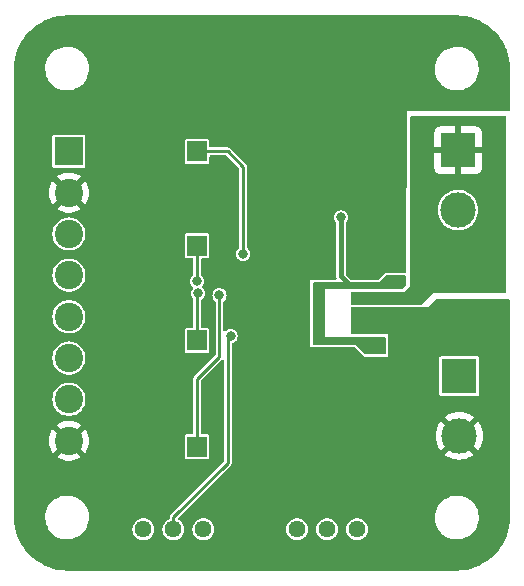
<source format=gbr>
%TF.GenerationSoftware,KiCad,Pcbnew,7.0.7*%
%TF.CreationDate,2024-02-09T14:01:23-05:00*%
%TF.ProjectId,DRV8873H_single_breakout,44525638-3837-4334-985f-73696e676c65,rev?*%
%TF.SameCoordinates,Original*%
%TF.FileFunction,Copper,L2,Bot*%
%TF.FilePolarity,Positive*%
%FSLAX46Y46*%
G04 Gerber Fmt 4.6, Leading zero omitted, Abs format (unit mm)*
G04 Created by KiCad (PCBNEW 7.0.7) date 2024-02-09 14:01:23*
%MOMM*%
%LPD*%
G01*
G04 APERTURE LIST*
%TA.AperFunction,ComponentPad*%
%ADD10C,1.440000*%
%TD*%
%TA.AperFunction,ComponentPad*%
%ADD11R,1.700000X1.700000*%
%TD*%
%TA.AperFunction,ComponentPad*%
%ADD12R,2.400000X2.400000*%
%TD*%
%TA.AperFunction,ComponentPad*%
%ADD13C,2.400000*%
%TD*%
%TA.AperFunction,ComponentPad*%
%ADD14R,3.000000X3.000000*%
%TD*%
%TA.AperFunction,ComponentPad*%
%ADD15C,3.000000*%
%TD*%
%TA.AperFunction,ViaPad*%
%ADD16C,0.800000*%
%TD*%
%TA.AperFunction,Conductor*%
%ADD17C,0.400000*%
%TD*%
%TA.AperFunction,Conductor*%
%ADD18C,0.250000*%
%TD*%
G04 APERTURE END LIST*
D10*
%TO.P,RV2,1,1*%
%TO.N,Net-(U1-IPROP1)*%
X130460000Y-128000000D03*
%TO.P,RV2,2,2*%
X133000000Y-128000000D03*
%TO.P,RV2,3,3*%
%TO.N,Net-(R1-Pad1)*%
X135540000Y-128000000D03*
%TD*%
%TO.P,RV1,1,1*%
%TO.N,Net-(U1-IPROP2)*%
X143460000Y-128000000D03*
%TO.P,RV1,2,2*%
X146000000Y-128000000D03*
%TO.P,RV1,3,3*%
%TO.N,Net-(R2-Pad1)*%
X148540000Y-128000000D03*
%TD*%
D11*
%TO.P,J4,1,Pin_1*%
%TO.N,Net-(J4-Pin_1)*%
X135000000Y-104000000D03*
%TD*%
D12*
%TO.P,J6,1,Pin_1*%
%TO.N,VCC*%
X124150000Y-96000000D03*
D13*
%TO.P,J6,2,Pin_2*%
%TO.N,GND*%
X124150000Y-99500000D03*
%TO.P,J6,3,Pin_3*%
%TO.N,MODE*%
X124150000Y-103000000D03*
%TO.P,J6,4,Pin_4*%
%TO.N,EN{slash}IN1*%
X124150000Y-106500000D03*
%TO.P,J6,5,Pin_5*%
%TO.N,PH{slash}IN2*%
X124150000Y-110000000D03*
%TO.P,J6,6,Pin_6*%
%TO.N,DISABLE*%
X124150000Y-113500000D03*
%TO.P,J6,7,Pin_7*%
%TO.N,~{SLEEP}*%
X124150000Y-117000000D03*
%TO.P,J6,8,Pin_8*%
%TO.N,GND*%
X124150000Y-120500000D03*
%TD*%
D11*
%TO.P,J1,1,Pin_1*%
%TO.N,Net-(J1-Pin_1)*%
X135000000Y-112000000D03*
%TD*%
%TO.P,J3,1,Pin_1*%
%TO.N,Net-(J3-Pin_1)*%
X135000000Y-96000000D03*
%TD*%
%TO.P,J2,1,Pin_1*%
%TO.N,Net-(J2-Pin_1)*%
X135000000Y-121000000D03*
%TD*%
D14*
%TO.P,J7,1,Pin_1*%
%TO.N,VM*%
X157200000Y-115020000D03*
D15*
%TO.P,J7,2,Pin_2*%
%TO.N,GND*%
X157200000Y-120100000D03*
%TD*%
D14*
%TO.P,J8,1,Pin_1*%
%TO.N,OUT1*%
X157100000Y-95900000D03*
D15*
%TO.P,J8,2,Pin_2*%
%TO.N,OUT2*%
X157100000Y-100980000D03*
%TD*%
D16*
%TO.N,VM*%
X147200000Y-101600000D03*
%TO.N,Net-(U1-IPROP1)*%
X137837701Y-111637701D03*
%TO.N,Net-(J2-Pin_1)*%
X136900000Y-108200000D03*
%TO.N,Net-(J1-Pin_1)*%
X135100000Y-108025500D03*
%TO.N,Net-(J4-Pin_1)*%
X135000000Y-107000000D03*
%TO.N,Net-(J3-Pin_1)*%
X138900000Y-104700000D03*
%TO.N,GND*%
X149600000Y-109700000D03*
X148600000Y-109700000D03*
%TO.N,VM*%
X150500000Y-112200000D03*
X149200000Y-112200000D03*
%TO.N,OUT1*%
X149600000Y-108400000D03*
%TO.N,VM*%
X151200000Y-107100000D03*
%TO.N,OUT1*%
X148600000Y-108400000D03*
X150600000Y-108400000D03*
%TO.N,VM*%
X152200000Y-107100000D03*
%TD*%
D17*
%TO.N,VM*%
X147200000Y-106600000D02*
X147200000Y-101600000D01*
X148000000Y-107400000D02*
X147200000Y-106600000D01*
X151200000Y-107100000D02*
X150900000Y-107400000D01*
X150900000Y-107400000D02*
X148000000Y-107400000D01*
D18*
%TO.N,Net-(U1-IPROP1)*%
X133000000Y-127000000D02*
X133000000Y-128000000D01*
X137600000Y-122400000D02*
X133000000Y-127000000D01*
X137600000Y-111875402D02*
X137600000Y-122400000D01*
X137837701Y-111637701D02*
X137600000Y-111875402D01*
%TO.N,Net-(J2-Pin_1)*%
X135000000Y-115300000D02*
X135000000Y-121000000D01*
X136900000Y-108200000D02*
X136900000Y-113400000D01*
X136900000Y-113400000D02*
X135000000Y-115300000D01*
%TO.N,Net-(J1-Pin_1)*%
X135100000Y-108025500D02*
X135000000Y-108125500D01*
X135000000Y-108125500D02*
X135000000Y-112000000D01*
%TO.N,Net-(J4-Pin_1)*%
X135000000Y-107000000D02*
X135000000Y-104000000D01*
%TO.N,Net-(J3-Pin_1)*%
X137600000Y-96000000D02*
X135000000Y-96000000D01*
X138900000Y-104700000D02*
X138900000Y-97300000D01*
X138900000Y-97300000D02*
X137600000Y-96000000D01*
%TD*%
%TA.AperFunction,Conductor*%
%TO.N,OUT1*%
G36*
X161143039Y-93019685D02*
G01*
X161188794Y-93072489D01*
X161200000Y-93124000D01*
X161200000Y-107876000D01*
X161180315Y-107943039D01*
X161127511Y-107988794D01*
X161076000Y-108000000D01*
X154999999Y-108000000D01*
X154041819Y-108958181D01*
X153980496Y-108991666D01*
X153954138Y-108994500D01*
X148124000Y-108994500D01*
X148056961Y-108974815D01*
X148011206Y-108922011D01*
X148000000Y-108870500D01*
X148000000Y-108029500D01*
X148019685Y-107962461D01*
X148072489Y-107916706D01*
X148124000Y-107905500D01*
X152254138Y-107905500D01*
X152254142Y-107905500D01*
X152265134Y-107904911D01*
X152265142Y-107904910D01*
X152265144Y-107904910D01*
X152265145Y-107904910D01*
X152303021Y-107900837D01*
X152303083Y-107901421D01*
X152316884Y-107900000D01*
X152500000Y-107900000D01*
X153000000Y-107400000D01*
X153000000Y-100980004D01*
X155394732Y-100980004D01*
X155413777Y-101234154D01*
X155413778Y-101234157D01*
X155470492Y-101482637D01*
X155563607Y-101719888D01*
X155691041Y-101940612D01*
X155849950Y-102139877D01*
X156036783Y-102313232D01*
X156247366Y-102456805D01*
X156247371Y-102456807D01*
X156247372Y-102456808D01*
X156247373Y-102456809D01*
X156369328Y-102515538D01*
X156476992Y-102567387D01*
X156476993Y-102567387D01*
X156476996Y-102567389D01*
X156720542Y-102642513D01*
X156972565Y-102680500D01*
X157227435Y-102680500D01*
X157479458Y-102642513D01*
X157723004Y-102567389D01*
X157952634Y-102456805D01*
X158163217Y-102313232D01*
X158350050Y-102139877D01*
X158508959Y-101940612D01*
X158636393Y-101719888D01*
X158729508Y-101482637D01*
X158786222Y-101234157D01*
X158794384Y-101125232D01*
X158805268Y-100980004D01*
X158805268Y-100979995D01*
X158786222Y-100725845D01*
X158729509Y-100477369D01*
X158729508Y-100477363D01*
X158636393Y-100240112D01*
X158508959Y-100019388D01*
X158350050Y-99820123D01*
X158163217Y-99646768D01*
X157952634Y-99503195D01*
X157952630Y-99503193D01*
X157952627Y-99503191D01*
X157952626Y-99503190D01*
X157723006Y-99392612D01*
X157723008Y-99392612D01*
X157479466Y-99317489D01*
X157479462Y-99317488D01*
X157479458Y-99317487D01*
X157358231Y-99299214D01*
X157227440Y-99279500D01*
X157227435Y-99279500D01*
X156972565Y-99279500D01*
X156972559Y-99279500D01*
X156815609Y-99303157D01*
X156720542Y-99317487D01*
X156720538Y-99317488D01*
X156720539Y-99317488D01*
X156720533Y-99317489D01*
X156476992Y-99392612D01*
X156247373Y-99503190D01*
X156247372Y-99503191D01*
X156036782Y-99646768D01*
X155849952Y-99820121D01*
X155849950Y-99820123D01*
X155691041Y-100019388D01*
X155563608Y-100240109D01*
X155470492Y-100477362D01*
X155470490Y-100477369D01*
X155413777Y-100725845D01*
X155394732Y-100979995D01*
X155394732Y-100980004D01*
X153000000Y-100980004D01*
X153000000Y-97447844D01*
X155100000Y-97447844D01*
X155106401Y-97507372D01*
X155106403Y-97507379D01*
X155156645Y-97642086D01*
X155156649Y-97642093D01*
X155242809Y-97757187D01*
X155242812Y-97757190D01*
X155357906Y-97843350D01*
X155357913Y-97843354D01*
X155492620Y-97893596D01*
X155492627Y-97893598D01*
X155552155Y-97899999D01*
X155552172Y-97900000D01*
X156850000Y-97900000D01*
X156850000Y-96778625D01*
X156869685Y-96711586D01*
X156922489Y-96665831D01*
X156991647Y-96655887D01*
X157002589Y-96657966D01*
X157011169Y-96660000D01*
X157011170Y-96660000D01*
X157144260Y-96660000D01*
X157144267Y-96660000D01*
X157211605Y-96652129D01*
X157280475Y-96663897D01*
X157332051Y-96711031D01*
X157350000Y-96775290D01*
X157350000Y-97900000D01*
X158647828Y-97900000D01*
X158647844Y-97899999D01*
X158707372Y-97893598D01*
X158707379Y-97893596D01*
X158842086Y-97843354D01*
X158842093Y-97843350D01*
X158957187Y-97757190D01*
X158957190Y-97757187D01*
X159043350Y-97642093D01*
X159043354Y-97642086D01*
X159093596Y-97507379D01*
X159093598Y-97507372D01*
X159099999Y-97447844D01*
X159100000Y-97447827D01*
X159100000Y-96150000D01*
X157978159Y-96150000D01*
X157911120Y-96130315D01*
X157865365Y-96077511D01*
X157854369Y-96018790D01*
X157863879Y-95855509D01*
X157863878Y-95855506D01*
X157863258Y-95851990D01*
X157858751Y-95826429D01*
X157853304Y-95795531D01*
X157861048Y-95726092D01*
X157905105Y-95671863D01*
X157971487Y-95650062D01*
X157975420Y-95650000D01*
X159100000Y-95650000D01*
X159100000Y-94352172D01*
X159099999Y-94352155D01*
X159093598Y-94292627D01*
X159093596Y-94292620D01*
X159043354Y-94157913D01*
X159043350Y-94157906D01*
X158957190Y-94042812D01*
X158957187Y-94042809D01*
X158842093Y-93956649D01*
X158842086Y-93956645D01*
X158707379Y-93906403D01*
X158707372Y-93906401D01*
X158647844Y-93900000D01*
X157350000Y-93900000D01*
X157350000Y-95021374D01*
X157330315Y-95088413D01*
X157277511Y-95134168D01*
X157208353Y-95144112D01*
X157197407Y-95142032D01*
X157188832Y-95140000D01*
X157188831Y-95140000D01*
X157055733Y-95140000D01*
X156988393Y-95147870D01*
X156919523Y-95136102D01*
X156867948Y-95088966D01*
X156850000Y-95024709D01*
X156850000Y-93900000D01*
X155552155Y-93900000D01*
X155492627Y-93906401D01*
X155492620Y-93906403D01*
X155357913Y-93956645D01*
X155357906Y-93956649D01*
X155242812Y-94042809D01*
X155242809Y-94042812D01*
X155156649Y-94157906D01*
X155156645Y-94157913D01*
X155106403Y-94292620D01*
X155106401Y-94292627D01*
X155100000Y-94352155D01*
X155100000Y-95650000D01*
X156221841Y-95650000D01*
X156288880Y-95669685D01*
X156334635Y-95722489D01*
X156345631Y-95781210D01*
X156336120Y-95944489D01*
X156336121Y-95944491D01*
X156346696Y-96004469D01*
X156338952Y-96073908D01*
X156294895Y-96128137D01*
X156228513Y-96149938D01*
X156224580Y-96150000D01*
X155100000Y-96150000D01*
X155100000Y-97447844D01*
X153000000Y-97447844D01*
X153000000Y-93354324D01*
X153001687Y-93123092D01*
X153021861Y-93056201D01*
X153074997Y-93010833D01*
X153125684Y-93000000D01*
X161076000Y-93000000D01*
X161143039Y-93019685D01*
G37*
%TD.AperFunction*%
%TD*%
%TA.AperFunction,Conductor*%
%TO.N,VM*%
G36*
X152643039Y-106525185D02*
G01*
X152688794Y-106577989D01*
X152700000Y-106629500D01*
X152700000Y-107248638D01*
X152680315Y-107315677D01*
X152663681Y-107336319D01*
X152336319Y-107663681D01*
X152274996Y-107697166D01*
X152248638Y-107700000D01*
X145800000Y-107700000D01*
X145800000Y-111700000D01*
X148076878Y-111700000D01*
X148094525Y-111701262D01*
X148097965Y-111701756D01*
X148124000Y-111705500D01*
X150870500Y-111705500D01*
X150937539Y-111725185D01*
X150983294Y-111777989D01*
X150994500Y-111829500D01*
X150994500Y-113070500D01*
X150974815Y-113137539D01*
X150922011Y-113183294D01*
X150870500Y-113194500D01*
X149345862Y-113194500D01*
X149278823Y-113174815D01*
X149258181Y-113158181D01*
X148500000Y-112400000D01*
X148395760Y-112400000D01*
X148378113Y-112398738D01*
X148363996Y-112396708D01*
X148348638Y-112394500D01*
X148348637Y-112394500D01*
X144929500Y-112394500D01*
X144862461Y-112374815D01*
X144816706Y-112322011D01*
X144805500Y-112270500D01*
X144805500Y-107229500D01*
X144825185Y-107162461D01*
X144877989Y-107116706D01*
X144929500Y-107105500D01*
X146701015Y-107105500D01*
X146701016Y-107105500D01*
X146734599Y-107102737D01*
X146741060Y-107101666D01*
X146761323Y-107100000D01*
X148070633Y-107100000D01*
X148088280Y-107101262D01*
X148091720Y-107101756D01*
X148117755Y-107105500D01*
X148117756Y-107105500D01*
X150254138Y-107105500D01*
X150254142Y-107105500D01*
X150265134Y-107104911D01*
X150265142Y-107104910D01*
X150265144Y-107104910D01*
X150265145Y-107104910D01*
X150303021Y-107100837D01*
X150303083Y-107101421D01*
X150316884Y-107100000D01*
X150400000Y-107100000D01*
X150958181Y-106541818D01*
X151019504Y-106508334D01*
X151045862Y-106505500D01*
X152576000Y-106505500D01*
X152643039Y-106525185D01*
G37*
%TD.AperFunction*%
%TD*%
%TA.AperFunction,Conductor*%
%TO.N,GND*%
G36*
X157389474Y-84517504D02*
G01*
X157394826Y-84517973D01*
X157778659Y-84568506D01*
X157783967Y-84569442D01*
X158161920Y-84653232D01*
X158167119Y-84654625D01*
X158536341Y-84771040D01*
X158541422Y-84772889D01*
X158899088Y-84921039D01*
X158903958Y-84923310D01*
X159247350Y-85102069D01*
X159252028Y-85104771D01*
X159578526Y-85312772D01*
X159582959Y-85315876D01*
X159890077Y-85551536D01*
X159894222Y-85555015D01*
X160179630Y-85816543D01*
X160183456Y-85820369D01*
X160444984Y-86105777D01*
X160448463Y-86109922D01*
X160684123Y-86417040D01*
X160687227Y-86421473D01*
X160895228Y-86747971D01*
X160897934Y-86752657D01*
X161076680Y-87096023D01*
X161078964Y-87100921D01*
X161115423Y-87188940D01*
X161227110Y-87458578D01*
X161228961Y-87463663D01*
X161345368Y-87832858D01*
X161346768Y-87838085D01*
X161430556Y-88216030D01*
X161431496Y-88221359D01*
X161482024Y-88605155D01*
X161482496Y-88610546D01*
X161499500Y-88999999D01*
X161499500Y-92476000D01*
X161479815Y-92543039D01*
X161427011Y-92588794D01*
X161375500Y-92600000D01*
X152800000Y-92600000D01*
X152703423Y-105831151D01*
X152700899Y-106176905D01*
X152680725Y-106243799D01*
X152627589Y-106289167D01*
X152576902Y-106300000D01*
X150899999Y-106300000D01*
X150336319Y-106863681D01*
X150274996Y-106897166D01*
X150248638Y-106900000D01*
X148117755Y-106900000D01*
X148050716Y-106880315D01*
X148030074Y-106863681D01*
X147636819Y-106470426D01*
X147603334Y-106409103D01*
X147600500Y-106382745D01*
X147600500Y-102106580D01*
X147620185Y-102039541D01*
X147626124Y-102031093D01*
X147628279Y-102028283D01*
X147628282Y-102028282D01*
X147724536Y-101902841D01*
X147785044Y-101756762D01*
X147798802Y-101652254D01*
X147805682Y-101600001D01*
X147805682Y-101599998D01*
X147785044Y-101443239D01*
X147785044Y-101443238D01*
X147724536Y-101297159D01*
X147628282Y-101171718D01*
X147502841Y-101075464D01*
X147356762Y-101014956D01*
X147356760Y-101014955D01*
X147200001Y-100994318D01*
X147199999Y-100994318D01*
X147043239Y-101014955D01*
X147043237Y-101014956D01*
X146897160Y-101075463D01*
X146771718Y-101171718D01*
X146675463Y-101297160D01*
X146614956Y-101443237D01*
X146614955Y-101443239D01*
X146594318Y-101599998D01*
X146594318Y-101600001D01*
X146614955Y-101756760D01*
X146614956Y-101756762D01*
X146675464Y-101902841D01*
X146771718Y-102028282D01*
X146771720Y-102028283D01*
X146773876Y-102031093D01*
X146799070Y-102096263D01*
X146799500Y-102106580D01*
X146799500Y-106663429D01*
X146799501Y-106663439D01*
X146806346Y-106684507D01*
X146810887Y-106703418D01*
X146814354Y-106725304D01*
X146817370Y-106734585D01*
X146814474Y-106735525D01*
X146824395Y-106788390D01*
X146798111Y-106853127D01*
X146740999Y-106893377D01*
X146701016Y-106900000D01*
X144600000Y-106900000D01*
X144600000Y-112600000D01*
X148348638Y-112600000D01*
X148415677Y-112619685D01*
X148436319Y-112636319D01*
X149200000Y-113400000D01*
X151200000Y-113400000D01*
X151200000Y-111500000D01*
X148124000Y-111500000D01*
X148056961Y-111480315D01*
X148011206Y-111427511D01*
X148000000Y-111376000D01*
X148000000Y-109324000D01*
X148019685Y-109256961D01*
X148072489Y-109211206D01*
X148124000Y-109200000D01*
X154600000Y-109200000D01*
X155263681Y-108536318D01*
X155325004Y-108502834D01*
X155351362Y-108500000D01*
X161375500Y-108500000D01*
X161442539Y-108519685D01*
X161488294Y-108572489D01*
X161499500Y-108624000D01*
X161499500Y-127000000D01*
X161482496Y-127389453D01*
X161482024Y-127394844D01*
X161431496Y-127778640D01*
X161430556Y-127783969D01*
X161346768Y-128161914D01*
X161345368Y-128167141D01*
X161228961Y-128536336D01*
X161227110Y-128541421D01*
X161078967Y-128899072D01*
X161076680Y-128903976D01*
X160897934Y-129247342D01*
X160895228Y-129252028D01*
X160687227Y-129578526D01*
X160684123Y-129582959D01*
X160448463Y-129890077D01*
X160444984Y-129894222D01*
X160183456Y-130179630D01*
X160179630Y-130183456D01*
X159894222Y-130444984D01*
X159890077Y-130448463D01*
X159582959Y-130684123D01*
X159578526Y-130687227D01*
X159252028Y-130895228D01*
X159247342Y-130897934D01*
X158903976Y-131076680D01*
X158899072Y-131078967D01*
X158541421Y-131227110D01*
X158536336Y-131228961D01*
X158167141Y-131345368D01*
X158161914Y-131346768D01*
X157783969Y-131430556D01*
X157778640Y-131431496D01*
X157394844Y-131482024D01*
X157389453Y-131482496D01*
X157000000Y-131499500D01*
X124000000Y-131499500D01*
X123610546Y-131482496D01*
X123605155Y-131482024D01*
X123221359Y-131431496D01*
X123216030Y-131430556D01*
X122838085Y-131346768D01*
X122832865Y-131345370D01*
X122661193Y-131291242D01*
X122463663Y-131228961D01*
X122458578Y-131227110D01*
X122213889Y-131125757D01*
X122100921Y-131078964D01*
X122096031Y-131076684D01*
X121752657Y-130897934D01*
X121747971Y-130895228D01*
X121421473Y-130687227D01*
X121417040Y-130684123D01*
X121109922Y-130448463D01*
X121105777Y-130444984D01*
X120820369Y-130183456D01*
X120816543Y-130179630D01*
X120555015Y-129894222D01*
X120551536Y-129890077D01*
X120315876Y-129582959D01*
X120312772Y-129578526D01*
X120104771Y-129252028D01*
X120102065Y-129247342D01*
X119923310Y-128903958D01*
X119921039Y-128899088D01*
X119772889Y-128541421D01*
X119771038Y-128536336D01*
X119654625Y-128167119D01*
X119653231Y-128161914D01*
X119609926Y-127966579D01*
X119569442Y-127783967D01*
X119568506Y-127778659D01*
X119517973Y-127394826D01*
X119517504Y-127389474D01*
X119503458Y-127067763D01*
X122145787Y-127067763D01*
X122175413Y-127337013D01*
X122175415Y-127337024D01*
X122243926Y-127599082D01*
X122243928Y-127599088D01*
X122349870Y-127848390D01*
X122421998Y-127966575D01*
X122490979Y-128079605D01*
X122490986Y-128079615D01*
X122664253Y-128287819D01*
X122664259Y-128287824D01*
X122865998Y-128468582D01*
X123091910Y-128618044D01*
X123337176Y-128733020D01*
X123337183Y-128733022D01*
X123337185Y-128733023D01*
X123596557Y-128811057D01*
X123596564Y-128811058D01*
X123596569Y-128811060D01*
X123864561Y-128850500D01*
X123864566Y-128850500D01*
X124067636Y-128850500D01*
X124119133Y-128846730D01*
X124270156Y-128835677D01*
X124423281Y-128801567D01*
X124534546Y-128776782D01*
X124534548Y-128776781D01*
X124534553Y-128776780D01*
X124787558Y-128680014D01*
X125023777Y-128547441D01*
X125238177Y-128381888D01*
X125426186Y-128186881D01*
X125559888Y-128000000D01*
X129534430Y-128000000D01*
X129554656Y-128192439D01*
X129554657Y-128192441D01*
X129614447Y-128376456D01*
X129614450Y-128376463D01*
X129711197Y-128544035D01*
X129840667Y-128687828D01*
X129840674Y-128687834D01*
X129997210Y-128801564D01*
X129997211Y-128801564D01*
X129997215Y-128801567D01*
X130107121Y-128850500D01*
X130173978Y-128880267D01*
X130173983Y-128880269D01*
X130363252Y-128920500D01*
X130556748Y-128920500D01*
X130746017Y-128880269D01*
X130922785Y-128801567D01*
X131079327Y-128687833D01*
X131086368Y-128680014D01*
X131142167Y-128618042D01*
X131208802Y-128544036D01*
X131305550Y-128376463D01*
X131365344Y-128192437D01*
X131385570Y-128000000D01*
X132074430Y-128000000D01*
X132094656Y-128192439D01*
X132094657Y-128192441D01*
X132154447Y-128376456D01*
X132154450Y-128376463D01*
X132251197Y-128544035D01*
X132380667Y-128687828D01*
X132380674Y-128687834D01*
X132537210Y-128801564D01*
X132537211Y-128801564D01*
X132537215Y-128801567D01*
X132647121Y-128850500D01*
X132713978Y-128880267D01*
X132713983Y-128880269D01*
X132903252Y-128920500D01*
X133096748Y-128920500D01*
X133286017Y-128880269D01*
X133462785Y-128801567D01*
X133619327Y-128687833D01*
X133626368Y-128680014D01*
X133682167Y-128618042D01*
X133748802Y-128544036D01*
X133845550Y-128376463D01*
X133905344Y-128192437D01*
X133925570Y-128000000D01*
X134614430Y-128000000D01*
X134634656Y-128192439D01*
X134634657Y-128192441D01*
X134694447Y-128376456D01*
X134694450Y-128376463D01*
X134791197Y-128544035D01*
X134920667Y-128687828D01*
X134920674Y-128687834D01*
X135077210Y-128801564D01*
X135077211Y-128801564D01*
X135077215Y-128801567D01*
X135187121Y-128850500D01*
X135253978Y-128880267D01*
X135253983Y-128880269D01*
X135443252Y-128920500D01*
X135636748Y-128920500D01*
X135826017Y-128880269D01*
X136002785Y-128801567D01*
X136159327Y-128687833D01*
X136166368Y-128680014D01*
X136222167Y-128618042D01*
X136288802Y-128544036D01*
X136385550Y-128376463D01*
X136445344Y-128192437D01*
X136465570Y-128000000D01*
X142534430Y-128000000D01*
X142554656Y-128192439D01*
X142554657Y-128192441D01*
X142614447Y-128376456D01*
X142614450Y-128376463D01*
X142711197Y-128544035D01*
X142840667Y-128687828D01*
X142840674Y-128687834D01*
X142997210Y-128801564D01*
X142997211Y-128801564D01*
X142997215Y-128801567D01*
X143107121Y-128850500D01*
X143173978Y-128880267D01*
X143173983Y-128880269D01*
X143363252Y-128920500D01*
X143556748Y-128920500D01*
X143746017Y-128880269D01*
X143922785Y-128801567D01*
X144079327Y-128687833D01*
X144086368Y-128680014D01*
X144142167Y-128618042D01*
X144208802Y-128544036D01*
X144305550Y-128376463D01*
X144365344Y-128192437D01*
X144385570Y-128000000D01*
X145074430Y-128000000D01*
X145094656Y-128192439D01*
X145094657Y-128192441D01*
X145154447Y-128376456D01*
X145154450Y-128376463D01*
X145251197Y-128544035D01*
X145380667Y-128687828D01*
X145380674Y-128687834D01*
X145537210Y-128801564D01*
X145537211Y-128801564D01*
X145537215Y-128801567D01*
X145647121Y-128850500D01*
X145713978Y-128880267D01*
X145713983Y-128880269D01*
X145903252Y-128920500D01*
X146096748Y-128920500D01*
X146286017Y-128880269D01*
X146462785Y-128801567D01*
X146619327Y-128687833D01*
X146626368Y-128680014D01*
X146682167Y-128618042D01*
X146748802Y-128544036D01*
X146845550Y-128376463D01*
X146905344Y-128192437D01*
X146925570Y-128000000D01*
X147614430Y-128000000D01*
X147634656Y-128192439D01*
X147634657Y-128192441D01*
X147694447Y-128376456D01*
X147694450Y-128376463D01*
X147791197Y-128544035D01*
X147920667Y-128687828D01*
X147920674Y-128687834D01*
X148077210Y-128801564D01*
X148077211Y-128801564D01*
X148077215Y-128801567D01*
X148187121Y-128850500D01*
X148253978Y-128880267D01*
X148253983Y-128880269D01*
X148443252Y-128920500D01*
X148636748Y-128920500D01*
X148826017Y-128880269D01*
X149002785Y-128801567D01*
X149159327Y-128687833D01*
X149166368Y-128680014D01*
X149222167Y-128618042D01*
X149288802Y-128544036D01*
X149385550Y-128376463D01*
X149445344Y-128192437D01*
X149465570Y-128000000D01*
X149445344Y-127807563D01*
X149385550Y-127623537D01*
X149288802Y-127455964D01*
X149159332Y-127312171D01*
X149159325Y-127312165D01*
X149002789Y-127198435D01*
X149002786Y-127198433D01*
X149002785Y-127198433D01*
X148937973Y-127169577D01*
X148826021Y-127119732D01*
X148826016Y-127119730D01*
X148636748Y-127079500D01*
X148443252Y-127079500D01*
X148253983Y-127119730D01*
X148253978Y-127119732D01*
X148077215Y-127198433D01*
X148077210Y-127198435D01*
X147920674Y-127312165D01*
X147920667Y-127312171D01*
X147791197Y-127455964D01*
X147694450Y-127623536D01*
X147694447Y-127623543D01*
X147634657Y-127807558D01*
X147634656Y-127807560D01*
X147614430Y-128000000D01*
X146925570Y-128000000D01*
X146905344Y-127807563D01*
X146845550Y-127623537D01*
X146748802Y-127455964D01*
X146619332Y-127312171D01*
X146619325Y-127312165D01*
X146462789Y-127198435D01*
X146462786Y-127198433D01*
X146462785Y-127198433D01*
X146397973Y-127169577D01*
X146286021Y-127119732D01*
X146286016Y-127119730D01*
X146096748Y-127079500D01*
X145903252Y-127079500D01*
X145713983Y-127119730D01*
X145713978Y-127119732D01*
X145537215Y-127198433D01*
X145537210Y-127198435D01*
X145380674Y-127312165D01*
X145380667Y-127312171D01*
X145251197Y-127455964D01*
X145154450Y-127623536D01*
X145154447Y-127623543D01*
X145094657Y-127807558D01*
X145094656Y-127807560D01*
X145074430Y-128000000D01*
X144385570Y-128000000D01*
X144365344Y-127807563D01*
X144305550Y-127623537D01*
X144208802Y-127455964D01*
X144079332Y-127312171D01*
X144079325Y-127312165D01*
X143922789Y-127198435D01*
X143922786Y-127198433D01*
X143922785Y-127198433D01*
X143857973Y-127169577D01*
X143746021Y-127119732D01*
X143746016Y-127119730D01*
X143556748Y-127079500D01*
X143363252Y-127079500D01*
X143173983Y-127119730D01*
X143173978Y-127119732D01*
X142997215Y-127198433D01*
X142997210Y-127198435D01*
X142840674Y-127312165D01*
X142840667Y-127312171D01*
X142711197Y-127455964D01*
X142614450Y-127623536D01*
X142614447Y-127623543D01*
X142554657Y-127807558D01*
X142554656Y-127807560D01*
X142534430Y-128000000D01*
X136465570Y-128000000D01*
X136445344Y-127807563D01*
X136385550Y-127623537D01*
X136288802Y-127455964D01*
X136159332Y-127312171D01*
X136159325Y-127312165D01*
X136002789Y-127198435D01*
X136002786Y-127198433D01*
X136002785Y-127198433D01*
X135937973Y-127169577D01*
X135826021Y-127119732D01*
X135826016Y-127119730D01*
X135636748Y-127079500D01*
X135443252Y-127079500D01*
X135253983Y-127119730D01*
X135253978Y-127119732D01*
X135077215Y-127198433D01*
X135077210Y-127198435D01*
X134920674Y-127312165D01*
X134920667Y-127312171D01*
X134791197Y-127455964D01*
X134694450Y-127623536D01*
X134694447Y-127623543D01*
X134634657Y-127807558D01*
X134634656Y-127807560D01*
X134614430Y-128000000D01*
X133925570Y-128000000D01*
X133905344Y-127807563D01*
X133845550Y-127623537D01*
X133748802Y-127455964D01*
X133619332Y-127312171D01*
X133619328Y-127312168D01*
X133619327Y-127312167D01*
X133463885Y-127199232D01*
X133421220Y-127143903D01*
X133415241Y-127074290D01*
X133418685Y-127067763D01*
X155145787Y-127067763D01*
X155175413Y-127337013D01*
X155175415Y-127337024D01*
X155243926Y-127599082D01*
X155243928Y-127599088D01*
X155349870Y-127848390D01*
X155421998Y-127966575D01*
X155490979Y-128079605D01*
X155490986Y-128079615D01*
X155664253Y-128287819D01*
X155664259Y-128287824D01*
X155865998Y-128468582D01*
X156091910Y-128618044D01*
X156337176Y-128733020D01*
X156337183Y-128733022D01*
X156337185Y-128733023D01*
X156596557Y-128811057D01*
X156596564Y-128811058D01*
X156596569Y-128811060D01*
X156864561Y-128850500D01*
X156864566Y-128850500D01*
X157067636Y-128850500D01*
X157119133Y-128846730D01*
X157270156Y-128835677D01*
X157423281Y-128801567D01*
X157534546Y-128776782D01*
X157534548Y-128776781D01*
X157534553Y-128776780D01*
X157787558Y-128680014D01*
X158023777Y-128547441D01*
X158238177Y-128381888D01*
X158426186Y-128186881D01*
X158583799Y-127966579D01*
X158680425Y-127778640D01*
X158707649Y-127725690D01*
X158707651Y-127725684D01*
X158707656Y-127725675D01*
X158795118Y-127469305D01*
X158844319Y-127202933D01*
X158854212Y-126932235D01*
X158824586Y-126662982D01*
X158756072Y-126400912D01*
X158650130Y-126151610D01*
X158509018Y-125920390D01*
X158419747Y-125813119D01*
X158335746Y-125712180D01*
X158335740Y-125712175D01*
X158134002Y-125531418D01*
X157908092Y-125381957D01*
X157908090Y-125381956D01*
X157662824Y-125266980D01*
X157662819Y-125266978D01*
X157662814Y-125266976D01*
X157403442Y-125188942D01*
X157403428Y-125188939D01*
X157287791Y-125171921D01*
X157135439Y-125149500D01*
X156932369Y-125149500D01*
X156932364Y-125149500D01*
X156729844Y-125164323D01*
X156729831Y-125164325D01*
X156465453Y-125223217D01*
X156465446Y-125223220D01*
X156212439Y-125319987D01*
X155976226Y-125452557D01*
X155761822Y-125618112D01*
X155573822Y-125813109D01*
X155573816Y-125813116D01*
X155416202Y-126033419D01*
X155416199Y-126033424D01*
X155292350Y-126274309D01*
X155292343Y-126274327D01*
X155204884Y-126530685D01*
X155204881Y-126530699D01*
X155155681Y-126797068D01*
X155155680Y-126797075D01*
X155145787Y-127067763D01*
X133418685Y-127067763D01*
X133447846Y-127012495D01*
X133449014Y-127011310D01*
X137818210Y-122642115D01*
X137822172Y-122638484D01*
X137853194Y-122612455D01*
X137873444Y-122577378D01*
X137876333Y-122572845D01*
X137899553Y-122539684D01*
X137899555Y-122539676D01*
X137901816Y-122534828D01*
X137908754Y-122518079D01*
X137910583Y-122513052D01*
X137910588Y-122513045D01*
X137917622Y-122473147D01*
X137918779Y-122467929D01*
X137929263Y-122428807D01*
X137925735Y-122388489D01*
X137925500Y-122383086D01*
X137925500Y-120100001D01*
X155194891Y-120100001D01*
X155215300Y-120385362D01*
X155276109Y-120664895D01*
X155376091Y-120932958D01*
X155513191Y-121184038D01*
X155513196Y-121184046D01*
X155619882Y-121326561D01*
X155619883Y-121326562D01*
X156404520Y-120541924D01*
X156465843Y-120508439D01*
X156535534Y-120513423D01*
X156591468Y-120555294D01*
X156591664Y-120555557D01*
X156643433Y-120625094D01*
X156749125Y-120713781D01*
X156787827Y-120771952D01*
X156788935Y-120841813D01*
X156757100Y-120896451D01*
X155973436Y-121680114D01*
X155973436Y-121680115D01*
X156115960Y-121786807D01*
X156115961Y-121786808D01*
X156367042Y-121923908D01*
X156367041Y-121923908D01*
X156635104Y-122023890D01*
X156914637Y-122084699D01*
X157199999Y-122105109D01*
X157200001Y-122105109D01*
X157485362Y-122084699D01*
X157764895Y-122023890D01*
X158032958Y-121923908D01*
X158284047Y-121786803D01*
X158426561Y-121680116D01*
X158426562Y-121680115D01*
X157643095Y-120896648D01*
X157609610Y-120835325D01*
X157614594Y-120765633D01*
X157656466Y-120709700D01*
X157662638Y-120705366D01*
X157691844Y-120686157D01*
X157813764Y-120556930D01*
X157813764Y-120556929D01*
X157818720Y-120551677D01*
X157820222Y-120553094D01*
X157867836Y-120517243D01*
X157937514Y-120512063D01*
X157998931Y-120545377D01*
X157999176Y-120545622D01*
X158780115Y-121326562D01*
X158780116Y-121326561D01*
X158886803Y-121184047D01*
X159023908Y-120932958D01*
X159123890Y-120664895D01*
X159184699Y-120385362D01*
X159205109Y-120100001D01*
X159205109Y-120099998D01*
X159184699Y-119814637D01*
X159123890Y-119535104D01*
X159023908Y-119267041D01*
X158886808Y-119015961D01*
X158886807Y-119015960D01*
X158780115Y-118873436D01*
X157995478Y-119658074D01*
X157934155Y-119691559D01*
X157864463Y-119686575D01*
X157808530Y-119644703D01*
X157808334Y-119644441D01*
X157756566Y-119574905D01*
X157709133Y-119535104D01*
X157650871Y-119486215D01*
X157612170Y-119428046D01*
X157611062Y-119358185D01*
X157642897Y-119303547D01*
X158426562Y-118519883D01*
X158426561Y-118519882D01*
X158284046Y-118413196D01*
X158284038Y-118413191D01*
X158032957Y-118276091D01*
X158032958Y-118276091D01*
X157764895Y-118176109D01*
X157485362Y-118115300D01*
X157200001Y-118094891D01*
X157199999Y-118094891D01*
X156914637Y-118115300D01*
X156635104Y-118176109D01*
X156367041Y-118276091D01*
X156115961Y-118413191D01*
X156115953Y-118413196D01*
X155973436Y-118519882D01*
X155973436Y-118519883D01*
X156756904Y-119303351D01*
X156790389Y-119364674D01*
X156785405Y-119434366D01*
X156743533Y-119490299D01*
X156737365Y-119494631D01*
X156708155Y-119513843D01*
X156581280Y-119648323D01*
X156579782Y-119646910D01*
X156532125Y-119682770D01*
X156462446Y-119687927D01*
X156401040Y-119654594D01*
X156400823Y-119654377D01*
X155619883Y-118873436D01*
X155619882Y-118873437D01*
X155513196Y-119015953D01*
X155513191Y-119015961D01*
X155376091Y-119267041D01*
X155276109Y-119535104D01*
X155215300Y-119814637D01*
X155194891Y-120099998D01*
X155194891Y-120100001D01*
X137925500Y-120100001D01*
X137925500Y-116539752D01*
X155499500Y-116539752D01*
X155511131Y-116598229D01*
X155511132Y-116598230D01*
X155555447Y-116664552D01*
X155621769Y-116708867D01*
X155621770Y-116708868D01*
X155680247Y-116720499D01*
X155680250Y-116720500D01*
X155680252Y-116720500D01*
X158719750Y-116720500D01*
X158719751Y-116720499D01*
X158734568Y-116717552D01*
X158778229Y-116708868D01*
X158778229Y-116708867D01*
X158778231Y-116708867D01*
X158844552Y-116664552D01*
X158888867Y-116598231D01*
X158888867Y-116598229D01*
X158888868Y-116598229D01*
X158900499Y-116539752D01*
X158900500Y-116539750D01*
X158900500Y-113500249D01*
X158900499Y-113500247D01*
X158888868Y-113441770D01*
X158888867Y-113441769D01*
X158844552Y-113375447D01*
X158778230Y-113331132D01*
X158778229Y-113331131D01*
X158719752Y-113319500D01*
X158719748Y-113319500D01*
X155680252Y-113319500D01*
X155680247Y-113319500D01*
X155621770Y-113331131D01*
X155621769Y-113331132D01*
X155555447Y-113375447D01*
X155511132Y-113441769D01*
X155511131Y-113441770D01*
X155499500Y-113500247D01*
X155499500Y-116539752D01*
X137925500Y-116539752D01*
X137925500Y-112334164D01*
X137945185Y-112267125D01*
X137997989Y-112221370D01*
X138002048Y-112219603D01*
X138049374Y-112200000D01*
X138140542Y-112162237D01*
X138265983Y-112065983D01*
X138362237Y-111940542D01*
X138422745Y-111794463D01*
X138443383Y-111637701D01*
X138422745Y-111480939D01*
X138362237Y-111334860D01*
X138265983Y-111209419D01*
X138140542Y-111113165D01*
X138106581Y-111099098D01*
X137994463Y-111052657D01*
X137994461Y-111052656D01*
X137837702Y-111032019D01*
X137837700Y-111032019D01*
X137680940Y-111052656D01*
X137680938Y-111052657D01*
X137534858Y-111113165D01*
X137424986Y-111197474D01*
X137359817Y-111222668D01*
X137291372Y-111208630D01*
X137241383Y-111159816D01*
X137225500Y-111099098D01*
X137225500Y-108768298D01*
X137245185Y-108701259D01*
X137274010Y-108669925D01*
X137328282Y-108628282D01*
X137424536Y-108502841D01*
X137485044Y-108356762D01*
X137505682Y-108200000D01*
X137503346Y-108182260D01*
X137485044Y-108043239D01*
X137485044Y-108043238D01*
X137424536Y-107897159D01*
X137328282Y-107771718D01*
X137202841Y-107675464D01*
X137111330Y-107637559D01*
X137056762Y-107614956D01*
X137056760Y-107614955D01*
X136900001Y-107594318D01*
X136899999Y-107594318D01*
X136743239Y-107614955D01*
X136743237Y-107614956D01*
X136597160Y-107675463D01*
X136471718Y-107771718D01*
X136375463Y-107897160D01*
X136314956Y-108043237D01*
X136314955Y-108043239D01*
X136294318Y-108199998D01*
X136294318Y-108200001D01*
X136314955Y-108356760D01*
X136314956Y-108356762D01*
X136375464Y-108502841D01*
X136471718Y-108628282D01*
X136525987Y-108669924D01*
X136567189Y-108726349D01*
X136574500Y-108768298D01*
X136574500Y-113213811D01*
X136554815Y-113280850D01*
X136538181Y-113301492D01*
X134781803Y-115057870D01*
X134777814Y-115061525D01*
X134746805Y-115087545D01*
X134726562Y-115122606D01*
X134723656Y-115127166D01*
X134700446Y-115160313D01*
X134698206Y-115165117D01*
X134691229Y-115181961D01*
X134689410Y-115186959D01*
X134682383Y-115226811D01*
X134681212Y-115232091D01*
X134670735Y-115271191D01*
X134674264Y-115311513D01*
X134674500Y-115316920D01*
X134674500Y-119825500D01*
X134654815Y-119892539D01*
X134602011Y-119938294D01*
X134550500Y-119949500D01*
X134130247Y-119949500D01*
X134071770Y-119961131D01*
X134071769Y-119961132D01*
X134005447Y-120005447D01*
X133961132Y-120071769D01*
X133961131Y-120071770D01*
X133949500Y-120130247D01*
X133949500Y-121869752D01*
X133961131Y-121928229D01*
X133961132Y-121928230D01*
X134005447Y-121994552D01*
X134071769Y-122038867D01*
X134071770Y-122038868D01*
X134130247Y-122050499D01*
X134130250Y-122050500D01*
X134130252Y-122050500D01*
X135869750Y-122050500D01*
X135869751Y-122050499D01*
X135884568Y-122047552D01*
X135928229Y-122038868D01*
X135928229Y-122038867D01*
X135928231Y-122038867D01*
X135994552Y-121994552D01*
X136038867Y-121928231D01*
X136038867Y-121928229D01*
X136038868Y-121928229D01*
X136050499Y-121869752D01*
X136050500Y-121869750D01*
X136050500Y-120130249D01*
X136050499Y-120130247D01*
X136038868Y-120071770D01*
X136038867Y-120071769D01*
X135994552Y-120005447D01*
X135928230Y-119961132D01*
X135928229Y-119961131D01*
X135869752Y-119949500D01*
X135869748Y-119949500D01*
X135449500Y-119949500D01*
X135382461Y-119929815D01*
X135336706Y-119877011D01*
X135325500Y-119825500D01*
X135325500Y-115486187D01*
X135345185Y-115419148D01*
X135361814Y-115398511D01*
X137062819Y-113697505D01*
X137124142Y-113664021D01*
X137193834Y-113669005D01*
X137249767Y-113710877D01*
X137274184Y-113776341D01*
X137274500Y-113785187D01*
X137274500Y-122213810D01*
X137254815Y-122280849D01*
X137238181Y-122301491D01*
X132781803Y-126757870D01*
X132777814Y-126761525D01*
X132746805Y-126787545D01*
X132726562Y-126822606D01*
X132723656Y-126827166D01*
X132700446Y-126860313D01*
X132698206Y-126865117D01*
X132691229Y-126881961D01*
X132689410Y-126886959D01*
X132682383Y-126926811D01*
X132681212Y-126932091D01*
X132670735Y-126971191D01*
X132673256Y-127000000D01*
X132674239Y-127011234D01*
X132674264Y-127011513D01*
X132674500Y-127016920D01*
X132674500Y-127056783D01*
X132654815Y-127123822D01*
X132602011Y-127169577D01*
X132600936Y-127170062D01*
X132537215Y-127198432D01*
X132537210Y-127198435D01*
X132380674Y-127312165D01*
X132380667Y-127312171D01*
X132251197Y-127455964D01*
X132154450Y-127623536D01*
X132154447Y-127623543D01*
X132094657Y-127807558D01*
X132094656Y-127807560D01*
X132074430Y-128000000D01*
X131385570Y-128000000D01*
X131365344Y-127807563D01*
X131305550Y-127623537D01*
X131208802Y-127455964D01*
X131079332Y-127312171D01*
X131079325Y-127312165D01*
X130922789Y-127198435D01*
X130922786Y-127198433D01*
X130922785Y-127198433D01*
X130857973Y-127169577D01*
X130746021Y-127119732D01*
X130746016Y-127119730D01*
X130556748Y-127079500D01*
X130363252Y-127079500D01*
X130173983Y-127119730D01*
X130173978Y-127119732D01*
X129997215Y-127198433D01*
X129997210Y-127198435D01*
X129840674Y-127312165D01*
X129840667Y-127312171D01*
X129711197Y-127455964D01*
X129614450Y-127623536D01*
X129614447Y-127623543D01*
X129554657Y-127807558D01*
X129554656Y-127807560D01*
X129534430Y-128000000D01*
X125559888Y-128000000D01*
X125583799Y-127966579D01*
X125680425Y-127778640D01*
X125707649Y-127725690D01*
X125707651Y-127725684D01*
X125707656Y-127725675D01*
X125795118Y-127469305D01*
X125844319Y-127202933D01*
X125854212Y-126932235D01*
X125824586Y-126662982D01*
X125756072Y-126400912D01*
X125650130Y-126151610D01*
X125509018Y-125920390D01*
X125419747Y-125813119D01*
X125335746Y-125712180D01*
X125335740Y-125712175D01*
X125134002Y-125531418D01*
X124908092Y-125381957D01*
X124908090Y-125381956D01*
X124662824Y-125266980D01*
X124662819Y-125266978D01*
X124662814Y-125266976D01*
X124403442Y-125188942D01*
X124403428Y-125188939D01*
X124287791Y-125171921D01*
X124135439Y-125149500D01*
X123932369Y-125149500D01*
X123932364Y-125149500D01*
X123729844Y-125164323D01*
X123729831Y-125164325D01*
X123465453Y-125223217D01*
X123465446Y-125223220D01*
X123212439Y-125319987D01*
X122976226Y-125452557D01*
X122761822Y-125618112D01*
X122573822Y-125813109D01*
X122573816Y-125813116D01*
X122416202Y-126033419D01*
X122416199Y-126033424D01*
X122292350Y-126274309D01*
X122292343Y-126274327D01*
X122204884Y-126530685D01*
X122204881Y-126530699D01*
X122155681Y-126797068D01*
X122155680Y-126797075D01*
X122145787Y-127067763D01*
X119503458Y-127067763D01*
X119500500Y-127000000D01*
X119500500Y-126934108D01*
X119500500Y-120500004D01*
X122445233Y-120500004D01*
X122464273Y-120754079D01*
X122520968Y-121002477D01*
X122520973Y-121002494D01*
X122614058Y-121239671D01*
X122614057Y-121239671D01*
X122741457Y-121460332D01*
X122783452Y-121512993D01*
X123468590Y-120827855D01*
X123529913Y-120794370D01*
X123599604Y-120799354D01*
X123654645Y-120840049D01*
X123722074Y-120927924D01*
X123722075Y-120927925D01*
X123809948Y-120995353D01*
X123851150Y-121051781D01*
X123855305Y-121121527D01*
X123822142Y-121181409D01*
X123136813Y-121866737D01*
X123297623Y-121976375D01*
X123297624Y-121976376D01*
X123527176Y-122086921D01*
X123527174Y-122086921D01*
X123770652Y-122162024D01*
X123770658Y-122162026D01*
X124022595Y-122199999D01*
X124022604Y-122200000D01*
X124277396Y-122200000D01*
X124277404Y-122199999D01*
X124529341Y-122162026D01*
X124529347Y-122162024D01*
X124772824Y-122086921D01*
X125002381Y-121976373D01*
X125163185Y-121866737D01*
X124477856Y-121181409D01*
X124444371Y-121120086D01*
X124449355Y-121050395D01*
X124490049Y-120995353D01*
X124577925Y-120927925D01*
X124645354Y-120840048D01*
X124701779Y-120798848D01*
X124771525Y-120794693D01*
X124831409Y-120827856D01*
X125516545Y-121512993D01*
X125558545Y-121460327D01*
X125685941Y-121239671D01*
X125779026Y-121002494D01*
X125779031Y-121002477D01*
X125835726Y-120754079D01*
X125854767Y-120500004D01*
X125854767Y-120499995D01*
X125835726Y-120245920D01*
X125779031Y-119997522D01*
X125779026Y-119997505D01*
X125685941Y-119760328D01*
X125685942Y-119760328D01*
X125558544Y-119539671D01*
X125516545Y-119487005D01*
X124831409Y-120172142D01*
X124770086Y-120205627D01*
X124700394Y-120200643D01*
X124645353Y-120159948D01*
X124577925Y-120072075D01*
X124577526Y-120071769D01*
X124490049Y-120004645D01*
X124448847Y-119948219D01*
X124444692Y-119878473D01*
X124477855Y-119818590D01*
X125163185Y-119133261D01*
X125002377Y-119023624D01*
X125002376Y-119023623D01*
X124772823Y-118913078D01*
X124772825Y-118913078D01*
X124529347Y-118837975D01*
X124529341Y-118837973D01*
X124277404Y-118800000D01*
X124022595Y-118800000D01*
X123770658Y-118837973D01*
X123770652Y-118837975D01*
X123527175Y-118913078D01*
X123297624Y-119023623D01*
X123297616Y-119023628D01*
X123136813Y-119133261D01*
X123822143Y-119818590D01*
X123855628Y-119879913D01*
X123850644Y-119949604D01*
X123809949Y-120004646D01*
X123722075Y-120072074D01*
X123722074Y-120072075D01*
X123654646Y-120159949D01*
X123598218Y-120201151D01*
X123528472Y-120205306D01*
X123468590Y-120172143D01*
X122783453Y-119487006D01*
X122741455Y-119539670D01*
X122614058Y-119760328D01*
X122520973Y-119997505D01*
X122520968Y-119997522D01*
X122464273Y-120245920D01*
X122445233Y-120499995D01*
X122445233Y-120500004D01*
X119500500Y-120500004D01*
X119500500Y-117000006D01*
X122744700Y-117000006D01*
X122763864Y-117231297D01*
X122763866Y-117231308D01*
X122820842Y-117456300D01*
X122914075Y-117668848D01*
X123041016Y-117863147D01*
X123041019Y-117863151D01*
X123041021Y-117863153D01*
X123198216Y-118033913D01*
X123198219Y-118033915D01*
X123198222Y-118033918D01*
X123381365Y-118176464D01*
X123381371Y-118176468D01*
X123381374Y-118176470D01*
X123585497Y-118286936D01*
X123699487Y-118326068D01*
X123805015Y-118362297D01*
X123805017Y-118362297D01*
X123805019Y-118362298D01*
X124033951Y-118400500D01*
X124033952Y-118400500D01*
X124266048Y-118400500D01*
X124266049Y-118400500D01*
X124494981Y-118362298D01*
X124714503Y-118286936D01*
X124918626Y-118176470D01*
X125101784Y-118033913D01*
X125258979Y-117863153D01*
X125385924Y-117668849D01*
X125479157Y-117456300D01*
X125536134Y-117231305D01*
X125555300Y-117000000D01*
X125555300Y-116999993D01*
X125536135Y-116768702D01*
X125536133Y-116768691D01*
X125479157Y-116543699D01*
X125385924Y-116331151D01*
X125258983Y-116136852D01*
X125258980Y-116136849D01*
X125258979Y-116136847D01*
X125101784Y-115966087D01*
X125101779Y-115966083D01*
X125101777Y-115966081D01*
X124918634Y-115823535D01*
X124918628Y-115823531D01*
X124714504Y-115713064D01*
X124714495Y-115713061D01*
X124494984Y-115637702D01*
X124323282Y-115609050D01*
X124266049Y-115599500D01*
X124033951Y-115599500D01*
X123988164Y-115607140D01*
X123805015Y-115637702D01*
X123585504Y-115713061D01*
X123585495Y-115713064D01*
X123381371Y-115823531D01*
X123381365Y-115823535D01*
X123198222Y-115966081D01*
X123198219Y-115966084D01*
X123041016Y-116136852D01*
X122914075Y-116331151D01*
X122820842Y-116543699D01*
X122763866Y-116768691D01*
X122763864Y-116768702D01*
X122744700Y-116999993D01*
X122744700Y-117000006D01*
X119500500Y-117000006D01*
X119500500Y-113500006D01*
X122744700Y-113500006D01*
X122763864Y-113731297D01*
X122763866Y-113731308D01*
X122820842Y-113956300D01*
X122914075Y-114168848D01*
X123041016Y-114363147D01*
X123041019Y-114363151D01*
X123041021Y-114363153D01*
X123198216Y-114533913D01*
X123198219Y-114533915D01*
X123198222Y-114533918D01*
X123381365Y-114676464D01*
X123381371Y-114676468D01*
X123381374Y-114676470D01*
X123585497Y-114786936D01*
X123699487Y-114826068D01*
X123805015Y-114862297D01*
X123805017Y-114862297D01*
X123805019Y-114862298D01*
X124033951Y-114900500D01*
X124033952Y-114900500D01*
X124266048Y-114900500D01*
X124266049Y-114900500D01*
X124494981Y-114862298D01*
X124714503Y-114786936D01*
X124918626Y-114676470D01*
X125101784Y-114533913D01*
X125258979Y-114363153D01*
X125385924Y-114168849D01*
X125479157Y-113956300D01*
X125536134Y-113731305D01*
X125538935Y-113697506D01*
X125555300Y-113500006D01*
X125555300Y-113499993D01*
X125536135Y-113268702D01*
X125536133Y-113268691D01*
X125479157Y-113043699D01*
X125402856Y-112869752D01*
X133949500Y-112869752D01*
X133961131Y-112928229D01*
X133961132Y-112928230D01*
X134005447Y-112994552D01*
X134071769Y-113038867D01*
X134071770Y-113038868D01*
X134130247Y-113050499D01*
X134130250Y-113050500D01*
X134130252Y-113050500D01*
X135869750Y-113050500D01*
X135869751Y-113050499D01*
X135884568Y-113047552D01*
X135928229Y-113038868D01*
X135928229Y-113038867D01*
X135928231Y-113038867D01*
X135994552Y-112994552D01*
X136038867Y-112928231D01*
X136038867Y-112928229D01*
X136038868Y-112928229D01*
X136050499Y-112869752D01*
X136050500Y-112869750D01*
X136050500Y-111130249D01*
X136050499Y-111130247D01*
X136038868Y-111071770D01*
X136038867Y-111071769D01*
X135994552Y-111005447D01*
X135928230Y-110961132D01*
X135928229Y-110961131D01*
X135869752Y-110949500D01*
X135869748Y-110949500D01*
X135449500Y-110949500D01*
X135382461Y-110929815D01*
X135336706Y-110877011D01*
X135325500Y-110825500D01*
X135325500Y-108664925D01*
X135345185Y-108597886D01*
X135397989Y-108552131D01*
X135402022Y-108550375D01*
X135402841Y-108550036D01*
X135528282Y-108453782D01*
X135624536Y-108328341D01*
X135685044Y-108182262D01*
X135705682Y-108025500D01*
X135685044Y-107868738D01*
X135624536Y-107722659D01*
X135528282Y-107597218D01*
X135482124Y-107561800D01*
X135440924Y-107505374D01*
X135436769Y-107435627D01*
X135459235Y-107387943D01*
X135524536Y-107302841D01*
X135585044Y-107156762D01*
X135605682Y-107000000D01*
X135585044Y-106843238D01*
X135524536Y-106697159D01*
X135428282Y-106571718D01*
X135428280Y-106571716D01*
X135428279Y-106571715D01*
X135374012Y-106530074D01*
X135332810Y-106473646D01*
X135325500Y-106431699D01*
X135325500Y-105174500D01*
X135345185Y-105107461D01*
X135397989Y-105061706D01*
X135449500Y-105050500D01*
X135869750Y-105050500D01*
X135869751Y-105050499D01*
X135884568Y-105047552D01*
X135928229Y-105038868D01*
X135928229Y-105038867D01*
X135928231Y-105038867D01*
X135994552Y-104994552D01*
X136038867Y-104928231D01*
X136038867Y-104928229D01*
X136038868Y-104928229D01*
X136050499Y-104869752D01*
X136050500Y-104869750D01*
X136050500Y-103130249D01*
X136050499Y-103130247D01*
X136038868Y-103071770D01*
X136038867Y-103071769D01*
X135994552Y-103005447D01*
X135928230Y-102961132D01*
X135928229Y-102961131D01*
X135869752Y-102949500D01*
X135869748Y-102949500D01*
X134130252Y-102949500D01*
X134130247Y-102949500D01*
X134071770Y-102961131D01*
X134071769Y-102961132D01*
X134005447Y-103005447D01*
X133961132Y-103071769D01*
X133961131Y-103071770D01*
X133949500Y-103130247D01*
X133949500Y-104869752D01*
X133961131Y-104928229D01*
X133961132Y-104928230D01*
X134005447Y-104994552D01*
X134071769Y-105038867D01*
X134071770Y-105038868D01*
X134130247Y-105050499D01*
X134130250Y-105050500D01*
X134130252Y-105050500D01*
X134550500Y-105050500D01*
X134617539Y-105070185D01*
X134663294Y-105122989D01*
X134674500Y-105174500D01*
X134674500Y-106431699D01*
X134654815Y-106498738D01*
X134625988Y-106530074D01*
X134571720Y-106571715D01*
X134475463Y-106697160D01*
X134414956Y-106843237D01*
X134414955Y-106843239D01*
X134394318Y-106999998D01*
X134394318Y-107000001D01*
X134414955Y-107156760D01*
X134414956Y-107156762D01*
X134475464Y-107302841D01*
X134571718Y-107428282D01*
X134617872Y-107463697D01*
X134659075Y-107520125D01*
X134663230Y-107589871D01*
X134640762Y-107637559D01*
X134575464Y-107722657D01*
X134514956Y-107868737D01*
X134514955Y-107868739D01*
X134494318Y-108025498D01*
X134494318Y-108025501D01*
X134514955Y-108182260D01*
X134514956Y-108182262D01*
X134522302Y-108199998D01*
X134575464Y-108328341D01*
X134648877Y-108424015D01*
X134674070Y-108489181D01*
X134674500Y-108499499D01*
X134674500Y-110825500D01*
X134654815Y-110892539D01*
X134602011Y-110938294D01*
X134550500Y-110949500D01*
X134130247Y-110949500D01*
X134071770Y-110961131D01*
X134071769Y-110961132D01*
X134005447Y-111005447D01*
X133961132Y-111071769D01*
X133961131Y-111071770D01*
X133949500Y-111130247D01*
X133949500Y-112869752D01*
X125402856Y-112869752D01*
X125385924Y-112831151D01*
X125258983Y-112636852D01*
X125258980Y-112636849D01*
X125258979Y-112636847D01*
X125101784Y-112466087D01*
X125101779Y-112466083D01*
X125101777Y-112466081D01*
X124918634Y-112323535D01*
X124918628Y-112323531D01*
X124714504Y-112213064D01*
X124714495Y-112213061D01*
X124494984Y-112137702D01*
X124323282Y-112109050D01*
X124266049Y-112099500D01*
X124033951Y-112099500D01*
X123988164Y-112107140D01*
X123805015Y-112137702D01*
X123585504Y-112213061D01*
X123585495Y-112213064D01*
X123381371Y-112323531D01*
X123381365Y-112323535D01*
X123198222Y-112466081D01*
X123198219Y-112466084D01*
X123041016Y-112636852D01*
X122914075Y-112831151D01*
X122820842Y-113043699D01*
X122763866Y-113268691D01*
X122763864Y-113268702D01*
X122744700Y-113499993D01*
X122744700Y-113500006D01*
X119500500Y-113500006D01*
X119500500Y-110000006D01*
X122744700Y-110000006D01*
X122763864Y-110231297D01*
X122763866Y-110231308D01*
X122820842Y-110456300D01*
X122914075Y-110668848D01*
X123041016Y-110863147D01*
X123041019Y-110863151D01*
X123041021Y-110863153D01*
X123198216Y-111033913D01*
X123198219Y-111033915D01*
X123198222Y-111033918D01*
X123381365Y-111176464D01*
X123381371Y-111176468D01*
X123381374Y-111176470D01*
X123585497Y-111286936D01*
X123699487Y-111326068D01*
X123805015Y-111362297D01*
X123805017Y-111362297D01*
X123805019Y-111362298D01*
X124033951Y-111400500D01*
X124033952Y-111400500D01*
X124266048Y-111400500D01*
X124266049Y-111400500D01*
X124494981Y-111362298D01*
X124714503Y-111286936D01*
X124918626Y-111176470D01*
X125101784Y-111033913D01*
X125258979Y-110863153D01*
X125385924Y-110668849D01*
X125479157Y-110456300D01*
X125536134Y-110231305D01*
X125555300Y-110000000D01*
X125555300Y-109999993D01*
X125536135Y-109768702D01*
X125536133Y-109768691D01*
X125479157Y-109543699D01*
X125385924Y-109331151D01*
X125258983Y-109136852D01*
X125258980Y-109136849D01*
X125258979Y-109136847D01*
X125101784Y-108966087D01*
X125101779Y-108966083D01*
X125101777Y-108966081D01*
X124918634Y-108823535D01*
X124918628Y-108823531D01*
X124714504Y-108713064D01*
X124714495Y-108713061D01*
X124494984Y-108637702D01*
X124323281Y-108609050D01*
X124266049Y-108599500D01*
X124033951Y-108599500D01*
X123988164Y-108607140D01*
X123805015Y-108637702D01*
X123585504Y-108713061D01*
X123585495Y-108713064D01*
X123381371Y-108823531D01*
X123381365Y-108823535D01*
X123198222Y-108966081D01*
X123198219Y-108966084D01*
X123041016Y-109136852D01*
X122914075Y-109331151D01*
X122820842Y-109543699D01*
X122763866Y-109768691D01*
X122763864Y-109768702D01*
X122744700Y-109999993D01*
X122744700Y-110000006D01*
X119500500Y-110000006D01*
X119500500Y-106500006D01*
X122744700Y-106500006D01*
X122763864Y-106731297D01*
X122763866Y-106731308D01*
X122820842Y-106956300D01*
X122914075Y-107168848D01*
X123041016Y-107363147D01*
X123041019Y-107363151D01*
X123041021Y-107363153D01*
X123198216Y-107533913D01*
X123198219Y-107533915D01*
X123198222Y-107533918D01*
X123381365Y-107676464D01*
X123381371Y-107676468D01*
X123381374Y-107676470D01*
X123585497Y-107786936D01*
X123699487Y-107826068D01*
X123805015Y-107862297D01*
X123805017Y-107862297D01*
X123805019Y-107862298D01*
X124033951Y-107900500D01*
X124033952Y-107900500D01*
X124266048Y-107900500D01*
X124266049Y-107900500D01*
X124494981Y-107862298D01*
X124714503Y-107786936D01*
X124918626Y-107676470D01*
X125101784Y-107533913D01*
X125258979Y-107363153D01*
X125385924Y-107168849D01*
X125479157Y-106956300D01*
X125536134Y-106731305D01*
X125536135Y-106731297D01*
X125555300Y-106500006D01*
X125555300Y-106499993D01*
X125536135Y-106268702D01*
X125536133Y-106268691D01*
X125479157Y-106043699D01*
X125385924Y-105831151D01*
X125258983Y-105636852D01*
X125258980Y-105636849D01*
X125258979Y-105636847D01*
X125101784Y-105466087D01*
X125101779Y-105466083D01*
X125101777Y-105466081D01*
X124918634Y-105323535D01*
X124918628Y-105323531D01*
X124714504Y-105213064D01*
X124714495Y-105213061D01*
X124494984Y-105137702D01*
X124323281Y-105109050D01*
X124266049Y-105099500D01*
X124033951Y-105099500D01*
X123988164Y-105107140D01*
X123805015Y-105137702D01*
X123585504Y-105213061D01*
X123585495Y-105213064D01*
X123381371Y-105323531D01*
X123381365Y-105323535D01*
X123198222Y-105466081D01*
X123198219Y-105466084D01*
X123041016Y-105636852D01*
X122914075Y-105831151D01*
X122820842Y-106043699D01*
X122763866Y-106268691D01*
X122763864Y-106268702D01*
X122744700Y-106499993D01*
X122744700Y-106500006D01*
X119500500Y-106500006D01*
X119500500Y-103000006D01*
X122744700Y-103000006D01*
X122763864Y-103231297D01*
X122763866Y-103231308D01*
X122820842Y-103456300D01*
X122914075Y-103668848D01*
X123041016Y-103863147D01*
X123041019Y-103863151D01*
X123041021Y-103863153D01*
X123198216Y-104033913D01*
X123198219Y-104033915D01*
X123198222Y-104033918D01*
X123381365Y-104176464D01*
X123381371Y-104176468D01*
X123381374Y-104176470D01*
X123585497Y-104286936D01*
X123699487Y-104326068D01*
X123805015Y-104362297D01*
X123805017Y-104362297D01*
X123805019Y-104362298D01*
X124033951Y-104400500D01*
X124033952Y-104400500D01*
X124266048Y-104400500D01*
X124266049Y-104400500D01*
X124494981Y-104362298D01*
X124714503Y-104286936D01*
X124918626Y-104176470D01*
X124922255Y-104173646D01*
X124980129Y-104128600D01*
X125101784Y-104033913D01*
X125258979Y-103863153D01*
X125385924Y-103668849D01*
X125479157Y-103456300D01*
X125536134Y-103231305D01*
X125536135Y-103231297D01*
X125555300Y-103000006D01*
X125555300Y-102999993D01*
X125536135Y-102768702D01*
X125536133Y-102768691D01*
X125479157Y-102543699D01*
X125385924Y-102331151D01*
X125258983Y-102136852D01*
X125258980Y-102136849D01*
X125258979Y-102136847D01*
X125101784Y-101966087D01*
X125101779Y-101966083D01*
X125101777Y-101966081D01*
X124918634Y-101823535D01*
X124918628Y-101823531D01*
X124714504Y-101713064D01*
X124714495Y-101713061D01*
X124494984Y-101637702D01*
X124323281Y-101609050D01*
X124266049Y-101599500D01*
X124033951Y-101599500D01*
X123988164Y-101607140D01*
X123805015Y-101637702D01*
X123585504Y-101713061D01*
X123585495Y-101713064D01*
X123381371Y-101823531D01*
X123381365Y-101823535D01*
X123198222Y-101966081D01*
X123198219Y-101966084D01*
X123041016Y-102136852D01*
X122914075Y-102331151D01*
X122820842Y-102543699D01*
X122763866Y-102768691D01*
X122763864Y-102768702D01*
X122744700Y-102999993D01*
X122744700Y-103000006D01*
X119500500Y-103000006D01*
X119500500Y-99500004D01*
X122445233Y-99500004D01*
X122464273Y-99754079D01*
X122520968Y-100002477D01*
X122520973Y-100002494D01*
X122614058Y-100239671D01*
X122614057Y-100239671D01*
X122741457Y-100460332D01*
X122783452Y-100512993D01*
X123468590Y-99827855D01*
X123529913Y-99794370D01*
X123599604Y-99799354D01*
X123654645Y-99840049D01*
X123722074Y-99927924D01*
X123722075Y-99927925D01*
X123809948Y-99995353D01*
X123851150Y-100051781D01*
X123855305Y-100121527D01*
X123822142Y-100181409D01*
X123136813Y-100866737D01*
X123297623Y-100976375D01*
X123297624Y-100976376D01*
X123527176Y-101086921D01*
X123527174Y-101086921D01*
X123770652Y-101162024D01*
X123770658Y-101162026D01*
X124022595Y-101199999D01*
X124022604Y-101200000D01*
X124277396Y-101200000D01*
X124277404Y-101199999D01*
X124529341Y-101162026D01*
X124529347Y-101162024D01*
X124772824Y-101086921D01*
X125002381Y-100976373D01*
X125163185Y-100866737D01*
X124477856Y-100181409D01*
X124444371Y-100120086D01*
X124449355Y-100050395D01*
X124490049Y-99995353D01*
X124577925Y-99927925D01*
X124645354Y-99840048D01*
X124701779Y-99798848D01*
X124771525Y-99794693D01*
X124831409Y-99827856D01*
X125516545Y-100512993D01*
X125558545Y-100460327D01*
X125685941Y-100239671D01*
X125779026Y-100002494D01*
X125779031Y-100002477D01*
X125835726Y-99754079D01*
X125854767Y-99500004D01*
X125854767Y-99499995D01*
X125835726Y-99245920D01*
X125779031Y-98997522D01*
X125779026Y-98997505D01*
X125685941Y-98760328D01*
X125685942Y-98760328D01*
X125558544Y-98539671D01*
X125516545Y-98487005D01*
X124831409Y-99172142D01*
X124770086Y-99205627D01*
X124700394Y-99200643D01*
X124645353Y-99159948D01*
X124577925Y-99072075D01*
X124577924Y-99072074D01*
X124490049Y-99004645D01*
X124448847Y-98948219D01*
X124444692Y-98878473D01*
X124477855Y-98818590D01*
X125163185Y-98133261D01*
X125002377Y-98023624D01*
X125002376Y-98023623D01*
X124772823Y-97913078D01*
X124772825Y-97913078D01*
X124529347Y-97837975D01*
X124529341Y-97837973D01*
X124277404Y-97800000D01*
X124022595Y-97800000D01*
X123770658Y-97837973D01*
X123770652Y-97837975D01*
X123527175Y-97913078D01*
X123297624Y-98023623D01*
X123297616Y-98023628D01*
X123136813Y-98133261D01*
X123822143Y-98818590D01*
X123855628Y-98879913D01*
X123850644Y-98949604D01*
X123809949Y-99004646D01*
X123722075Y-99072074D01*
X123722074Y-99072075D01*
X123654646Y-99159949D01*
X123598218Y-99201151D01*
X123528472Y-99205306D01*
X123468590Y-99172143D01*
X122783453Y-98487006D01*
X122741455Y-98539670D01*
X122614058Y-98760328D01*
X122520973Y-98997505D01*
X122520968Y-98997522D01*
X122464273Y-99245920D01*
X122445233Y-99499995D01*
X122445233Y-99500004D01*
X119500500Y-99500004D01*
X119500500Y-97219752D01*
X122749500Y-97219752D01*
X122761131Y-97278229D01*
X122761132Y-97278230D01*
X122805447Y-97344552D01*
X122871769Y-97388867D01*
X122871770Y-97388868D01*
X122930247Y-97400499D01*
X122930250Y-97400500D01*
X122930252Y-97400500D01*
X125369750Y-97400500D01*
X125369751Y-97400499D01*
X125384568Y-97397552D01*
X125428229Y-97388868D01*
X125428229Y-97388867D01*
X125428231Y-97388867D01*
X125494552Y-97344552D01*
X125538867Y-97278231D01*
X125538867Y-97278229D01*
X125538868Y-97278229D01*
X125550499Y-97219752D01*
X125550500Y-97219750D01*
X125550500Y-96869752D01*
X133949500Y-96869752D01*
X133961131Y-96928229D01*
X133961132Y-96928230D01*
X134005447Y-96994552D01*
X134071769Y-97038867D01*
X134071770Y-97038868D01*
X134130247Y-97050499D01*
X134130250Y-97050500D01*
X134130252Y-97050500D01*
X135869750Y-97050500D01*
X135869751Y-97050499D01*
X135884568Y-97047552D01*
X135928229Y-97038868D01*
X135928229Y-97038867D01*
X135928231Y-97038867D01*
X135994552Y-96994552D01*
X136038867Y-96928231D01*
X136038867Y-96928229D01*
X136038868Y-96928229D01*
X136050499Y-96869752D01*
X136050500Y-96869750D01*
X136050500Y-96449500D01*
X136070185Y-96382461D01*
X136122989Y-96336706D01*
X136174500Y-96325500D01*
X137413812Y-96325500D01*
X137480851Y-96345185D01*
X137501493Y-96361819D01*
X138538181Y-97398506D01*
X138571666Y-97459829D01*
X138574500Y-97486187D01*
X138574500Y-104131699D01*
X138554815Y-104198738D01*
X138525988Y-104230074D01*
X138471720Y-104271715D01*
X138375463Y-104397160D01*
X138314956Y-104543237D01*
X138314955Y-104543239D01*
X138294318Y-104699998D01*
X138294318Y-104700001D01*
X138314955Y-104856760D01*
X138314956Y-104856762D01*
X138372030Y-104994552D01*
X138375464Y-105002841D01*
X138471718Y-105128282D01*
X138597159Y-105224536D01*
X138743238Y-105285044D01*
X138821619Y-105295363D01*
X138899999Y-105305682D01*
X138900000Y-105305682D01*
X138900001Y-105305682D01*
X138952254Y-105298802D01*
X139056762Y-105285044D01*
X139202841Y-105224536D01*
X139328282Y-105128282D01*
X139424536Y-105002841D01*
X139485044Y-104856762D01*
X139505682Y-104700000D01*
X139485044Y-104543238D01*
X139424536Y-104397159D01*
X139328282Y-104271718D01*
X139328280Y-104271716D01*
X139328279Y-104271715D01*
X139274012Y-104230074D01*
X139232810Y-104173646D01*
X139225500Y-104131699D01*
X139225500Y-97316920D01*
X139225736Y-97311513D01*
X139229264Y-97271193D01*
X139218782Y-97232076D01*
X139217616Y-97226818D01*
X139210588Y-97186955D01*
X139210586Y-97186952D01*
X139210586Y-97186950D01*
X139208760Y-97181933D01*
X139201820Y-97165176D01*
X139199554Y-97160319D01*
X139199554Y-97160316D01*
X139176339Y-97127162D01*
X139173433Y-97122599D01*
X139153196Y-97087548D01*
X139153195Y-97087547D01*
X139153194Y-97087545D01*
X139122177Y-97061518D01*
X139118193Y-97057867D01*
X138509826Y-96449500D01*
X137842119Y-95781793D01*
X137838474Y-95777814D01*
X137812456Y-95746807D01*
X137812455Y-95746806D01*
X137801058Y-95740226D01*
X137777392Y-95726561D01*
X137772831Y-95723655D01*
X137759687Y-95714452D01*
X137739684Y-95700446D01*
X137739681Y-95700445D01*
X137734861Y-95698197D01*
X137718055Y-95691235D01*
X137713043Y-95689411D01*
X137673190Y-95682383D01*
X137667910Y-95681212D01*
X137628808Y-95670735D01*
X137593892Y-95673790D01*
X137588481Y-95674264D01*
X137583078Y-95674500D01*
X136174500Y-95674500D01*
X136107461Y-95654815D01*
X136061706Y-95602011D01*
X136050500Y-95550500D01*
X136050500Y-95130249D01*
X136050499Y-95130247D01*
X136038868Y-95071770D01*
X136038867Y-95071769D01*
X135994552Y-95005447D01*
X135928230Y-94961132D01*
X135928229Y-94961131D01*
X135869752Y-94949500D01*
X135869748Y-94949500D01*
X134130252Y-94949500D01*
X134130247Y-94949500D01*
X134071770Y-94961131D01*
X134071769Y-94961132D01*
X134005447Y-95005447D01*
X133961132Y-95071769D01*
X133961131Y-95071770D01*
X133949500Y-95130247D01*
X133949500Y-96869752D01*
X125550500Y-96869752D01*
X125550500Y-94780249D01*
X125550499Y-94780247D01*
X125538868Y-94721770D01*
X125538867Y-94721769D01*
X125494552Y-94655447D01*
X125428230Y-94611132D01*
X125428229Y-94611131D01*
X125369752Y-94599500D01*
X125369748Y-94599500D01*
X122930252Y-94599500D01*
X122930247Y-94599500D01*
X122871770Y-94611131D01*
X122871769Y-94611132D01*
X122805447Y-94655447D01*
X122761132Y-94721769D01*
X122761131Y-94721770D01*
X122749500Y-94780247D01*
X122749500Y-97219752D01*
X119500500Y-97219752D01*
X119500500Y-89067763D01*
X122145787Y-89067763D01*
X122175413Y-89337013D01*
X122175415Y-89337024D01*
X122243926Y-89599082D01*
X122243928Y-89599088D01*
X122349870Y-89848390D01*
X122421998Y-89966575D01*
X122490979Y-90079605D01*
X122490986Y-90079615D01*
X122664253Y-90287819D01*
X122664259Y-90287824D01*
X122865998Y-90468582D01*
X123091910Y-90618044D01*
X123337176Y-90733020D01*
X123337183Y-90733022D01*
X123337185Y-90733023D01*
X123596557Y-90811057D01*
X123596564Y-90811058D01*
X123596569Y-90811060D01*
X123864561Y-90850500D01*
X123864566Y-90850500D01*
X124067636Y-90850500D01*
X124119133Y-90846730D01*
X124270156Y-90835677D01*
X124382758Y-90810593D01*
X124534546Y-90776782D01*
X124534548Y-90776781D01*
X124534553Y-90776780D01*
X124787558Y-90680014D01*
X125023777Y-90547441D01*
X125238177Y-90381888D01*
X125426186Y-90186881D01*
X125583799Y-89966579D01*
X125657787Y-89822669D01*
X125707649Y-89725690D01*
X125707651Y-89725684D01*
X125707656Y-89725675D01*
X125795118Y-89469305D01*
X125844319Y-89202933D01*
X125849259Y-89067763D01*
X155145787Y-89067763D01*
X155175413Y-89337013D01*
X155175415Y-89337024D01*
X155243926Y-89599082D01*
X155243928Y-89599088D01*
X155349870Y-89848390D01*
X155421998Y-89966575D01*
X155490979Y-90079605D01*
X155490986Y-90079615D01*
X155664253Y-90287819D01*
X155664259Y-90287824D01*
X155865998Y-90468582D01*
X156091910Y-90618044D01*
X156337176Y-90733020D01*
X156337183Y-90733022D01*
X156337185Y-90733023D01*
X156596557Y-90811057D01*
X156596564Y-90811058D01*
X156596569Y-90811060D01*
X156864561Y-90850500D01*
X156864566Y-90850500D01*
X157067636Y-90850500D01*
X157119133Y-90846730D01*
X157270156Y-90835677D01*
X157382758Y-90810593D01*
X157534546Y-90776782D01*
X157534548Y-90776781D01*
X157534553Y-90776780D01*
X157787558Y-90680014D01*
X158023777Y-90547441D01*
X158238177Y-90381888D01*
X158426186Y-90186881D01*
X158583799Y-89966579D01*
X158657787Y-89822669D01*
X158707649Y-89725690D01*
X158707651Y-89725684D01*
X158707656Y-89725675D01*
X158795118Y-89469305D01*
X158844319Y-89202933D01*
X158854212Y-88932235D01*
X158824586Y-88662982D01*
X158756072Y-88400912D01*
X158650130Y-88151610D01*
X158509018Y-87920390D01*
X158419747Y-87813119D01*
X158335746Y-87712180D01*
X158335740Y-87712175D01*
X158134002Y-87531418D01*
X157908092Y-87381957D01*
X157908090Y-87381956D01*
X157662824Y-87266980D01*
X157662819Y-87266978D01*
X157662814Y-87266976D01*
X157403442Y-87188942D01*
X157403428Y-87188939D01*
X157287791Y-87171921D01*
X157135439Y-87149500D01*
X156932369Y-87149500D01*
X156932364Y-87149500D01*
X156729844Y-87164323D01*
X156729831Y-87164325D01*
X156465453Y-87223217D01*
X156465446Y-87223220D01*
X156212439Y-87319987D01*
X155976226Y-87452557D01*
X155761822Y-87618112D01*
X155573822Y-87813109D01*
X155573816Y-87813116D01*
X155416202Y-88033419D01*
X155416199Y-88033424D01*
X155292350Y-88274309D01*
X155292343Y-88274327D01*
X155204884Y-88530685D01*
X155204881Y-88530699D01*
X155155681Y-88797068D01*
X155155680Y-88797075D01*
X155145787Y-89067763D01*
X125849259Y-89067763D01*
X125854212Y-88932235D01*
X125824586Y-88662982D01*
X125756072Y-88400912D01*
X125650130Y-88151610D01*
X125509018Y-87920390D01*
X125419747Y-87813119D01*
X125335746Y-87712180D01*
X125335740Y-87712175D01*
X125134002Y-87531418D01*
X124908092Y-87381957D01*
X124908090Y-87381956D01*
X124662824Y-87266980D01*
X124662819Y-87266978D01*
X124662814Y-87266976D01*
X124403442Y-87188942D01*
X124403428Y-87188939D01*
X124287791Y-87171921D01*
X124135439Y-87149500D01*
X123932369Y-87149500D01*
X123932364Y-87149500D01*
X123729844Y-87164323D01*
X123729831Y-87164325D01*
X123465453Y-87223217D01*
X123465446Y-87223220D01*
X123212439Y-87319987D01*
X122976226Y-87452557D01*
X122761822Y-87618112D01*
X122573822Y-87813109D01*
X122573816Y-87813116D01*
X122416202Y-88033419D01*
X122416199Y-88033424D01*
X122292350Y-88274309D01*
X122292343Y-88274327D01*
X122204884Y-88530685D01*
X122204881Y-88530699D01*
X122155681Y-88797068D01*
X122155680Y-88797075D01*
X122145787Y-89067763D01*
X119500500Y-89067763D01*
X119500500Y-88999999D01*
X119517504Y-88610523D01*
X119517973Y-88605175D01*
X119568506Y-88221337D01*
X119569443Y-88216030D01*
X119609926Y-88033424D01*
X119653233Y-87838074D01*
X119654623Y-87832886D01*
X119771042Y-87463650D01*
X119772889Y-87458578D01*
X119921043Y-87100902D01*
X119923306Y-87096050D01*
X120102075Y-86752639D01*
X120104771Y-86747971D01*
X120312772Y-86421473D01*
X120315864Y-86417055D01*
X120551548Y-86109906D01*
X120555007Y-86105785D01*
X120816554Y-85820357D01*
X120820357Y-85816554D01*
X121105785Y-85555007D01*
X121109906Y-85551548D01*
X121417055Y-85315864D01*
X121421465Y-85312777D01*
X121747971Y-85104771D01*
X121752639Y-85102075D01*
X122096050Y-84923306D01*
X122100902Y-84921043D01*
X122458585Y-84772886D01*
X122463650Y-84771042D01*
X122832886Y-84654623D01*
X122838074Y-84653233D01*
X123216036Y-84569441D01*
X123221337Y-84568506D01*
X123605175Y-84517973D01*
X123610523Y-84517504D01*
X124000000Y-84500500D01*
X124065892Y-84500500D01*
X156934108Y-84500500D01*
X157000000Y-84500500D01*
X157389474Y-84517504D01*
G37*
%TD.AperFunction*%
%TD*%
M02*

</source>
